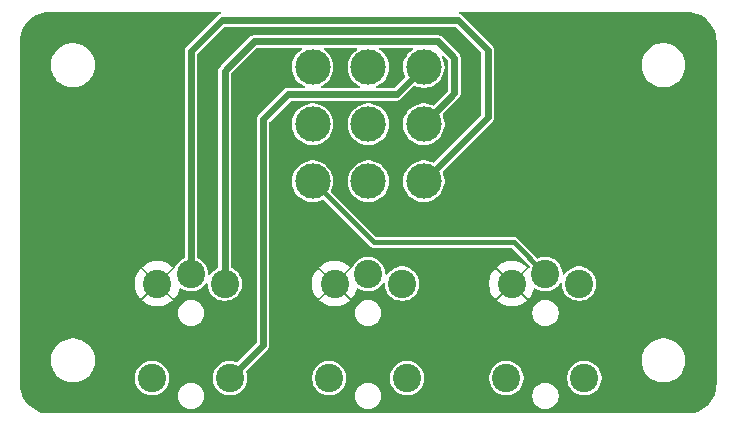
<source format=gbr>
%TF.GenerationSoftware,KiCad,Pcbnew,9.0.5*%
%TF.CreationDate,2025-10-22T22:20:53-05:00*%
%TF.ProjectId,audio_switch,61756469-6f5f-4737-9769-7463682e6b69,-*%
%TF.SameCoordinates,PX8282a50PY7459280*%
%TF.FileFunction,Copper,L2,Bot*%
%TF.FilePolarity,Positive*%
%FSLAX46Y46*%
G04 Gerber Fmt 4.6, Leading zero omitted, Abs format (unit mm)*
G04 Created by KiCad (PCBNEW 9.0.5) date 2025-10-22 22:20:53*
%MOMM*%
%LPD*%
G01*
G04 APERTURE LIST*
%TA.AperFunction,ComponentPad*%
%ADD10C,2.400000*%
%TD*%
%TA.AperFunction,ComponentPad*%
%ADD11C,3.000000*%
%TD*%
%TA.AperFunction,ViaPad*%
%ADD12C,0.609600*%
%TD*%
%TA.AperFunction,Conductor*%
%ADD13C,0.558800*%
%TD*%
%TA.AperFunction,Conductor*%
%ADD14C,0.406400*%
%TD*%
%TA.AperFunction,Conductor*%
%ADD15C,0.304800*%
%TD*%
G04 APERTURE END LIST*
D10*
%TO.P,J2,R1*%
%TO.N,/COM_RIGHT*%
X2850000Y11500000D03*
%TO.P,J2,R2*%
%TO.N,GND*%
X-2850000Y11500000D03*
%TO.P,J2,S*%
%TO.N,/COM_MIC*%
X0Y12300000D03*
%TO.P,J2,T*%
%TO.N,/COM_LEFT*%
X-3300000Y3500000D03*
X3300000Y3500000D03*
%TD*%
D11*
%TO.P,SW1,1,A*%
%TO.N,/A_MIC*%
X4700000Y20170000D03*
%TO.P,SW1,2,B*%
%TO.N,/COM_MIC*%
X0Y20170000D03*
%TO.P,SW1,3,C*%
%TO.N,/B_MIC*%
X-4700000Y20170000D03*
%TO.P,SW1,4,A*%
%TO.N,/A_RIGHT*%
X4700000Y25000000D03*
%TO.P,SW1,5,B*%
%TO.N,/COM_RIGHT*%
X0Y25000000D03*
%TO.P,SW1,6,C*%
%TO.N,/B_RIGHT*%
X-4700000Y25000000D03*
%TO.P,SW1,7,A*%
%TO.N,/A_LEFT*%
X4700000Y29830000D03*
%TO.P,SW1,8,B*%
%TO.N,/COM_LEFT*%
X0Y29830000D03*
%TO.P,SW1,9,C*%
%TO.N,/B_LEFT*%
X-4700000Y29830000D03*
%TD*%
D10*
%TO.P,J1,R1*%
%TO.N,/A_RIGHT*%
X-12150000Y11500000D03*
%TO.P,J1,R2*%
%TO.N,GND*%
X-17850000Y11500000D03*
%TO.P,J1,S*%
%TO.N,/A_MIC*%
X-15000000Y12300000D03*
%TO.P,J1,T*%
%TO.N,/A_LEFT*%
X-18300000Y3500000D03*
X-11700000Y3500000D03*
%TD*%
%TO.P,J3,R1*%
%TO.N,/B_RIGHT*%
X17850000Y11500000D03*
%TO.P,J3,R2*%
%TO.N,GND*%
X12150000Y11500000D03*
%TO.P,J3,S*%
%TO.N,/B_MIC*%
X15000000Y12300000D03*
%TO.P,J3,T*%
%TO.N,/B_LEFT*%
X11700000Y3500000D03*
X18300000Y3500000D03*
%TD*%
D12*
%TO.N,GND*%
X-7290000Y10550000D03*
X27500000Y10500000D03*
X-27500000Y10500000D03*
X7500000Y2500000D03*
X-1030000Y22640000D03*
X18500000Y32500000D03*
X2380000Y26080000D03*
X7260000Y32440000D03*
X27500000Y24500000D03*
X-7340000Y30640000D03*
X-11030000Y32550000D03*
X1240000Y18060000D03*
X-27500000Y17500000D03*
X11100000Y25100000D03*
X3600000Y16000000D03*
X-21300000Y2500000D03*
X-7500000Y2500000D03*
X-13500000Y15700000D03*
X13000000Y32500000D03*
X-16000000Y32500000D03*
X27500000Y17500000D03*
X21300000Y2430000D03*
X-10800000Y27800000D03*
X1360000Y13810000D03*
X8500000Y27100000D03*
X-2380000Y29120000D03*
X-18500000Y32500000D03*
X-27500000Y24500000D03*
X16400000Y14600000D03*
X2330000Y29110000D03*
%TD*%
D13*
%TO.N,/A_RIGHT*%
X5900000Y32000000D02*
X-9669507Y32000000D01*
X-12150000Y29519507D02*
X-12150000Y11500000D01*
X4700000Y25000000D02*
X7300000Y27600000D01*
D14*
X-12150000Y11500000D02*
X-12100000Y11550000D01*
D13*
X-9669507Y32000000D02*
X-12150000Y29519507D01*
X7300000Y30600000D02*
X5900000Y32000000D01*
X7300000Y27600000D02*
X7300000Y30600000D01*
D15*
%TO.N,GND*%
X7260000Y32440000D02*
X6900000Y32800000D01*
X-10780000Y32800000D02*
X-11030000Y32550000D01*
X6900000Y32800000D02*
X-10780000Y32800000D01*
D13*
%TO.N,/A_LEFT*%
X-11700000Y3500000D02*
X-8900000Y6300000D01*
X-6770000Y27530000D02*
X2400000Y27530000D01*
X-8900000Y25400000D02*
X-6770000Y27530000D01*
X2400000Y27530000D02*
X4700000Y29830000D01*
X-8900000Y6300000D02*
X-8900000Y25400000D01*
%TO.N,/A_MIC*%
X-15000000Y31200000D02*
X-15000000Y12300000D01*
X7600000Y33800000D02*
X-12400000Y33800000D01*
X4700000Y20170000D02*
X10100000Y25570000D01*
X10100000Y25570000D02*
X10100000Y31300000D01*
X10100000Y31300000D02*
X7600000Y33800000D01*
X-12400000Y33800000D02*
X-15000000Y31200000D01*
D14*
%TO.N,/COM_MIC*%
X0Y20100000D02*
X0Y20170000D01*
D13*
%TO.N,/COM_RIGHT*%
X0Y25000000D02*
X1200000Y25000000D01*
D14*
%TO.N,/B_MIC*%
X12300000Y15000000D02*
X15000000Y12300000D01*
X470000Y15000000D02*
X12300000Y15000000D01*
X-4700000Y20170000D02*
X470000Y15000000D01*
%TD*%
%TA.AperFunction,Conductor*%
%TO.N,GND*%
G36*
X-12493285Y34470935D02*
G01*
X-12463221Y34418864D01*
X-12473662Y34359650D01*
X-12519722Y34321001D01*
X-12527036Y34318695D01*
X-12606077Y34297517D01*
X-12727821Y34227228D01*
X-12727823Y34227227D01*
X-12727823Y34227226D01*
X-15327822Y31627226D01*
X-15327823Y31627227D01*
X-15427226Y31527823D01*
X-15427231Y31527816D01*
X-15497516Y31406081D01*
X-15497516Y31406079D01*
X-15533900Y31270289D01*
X-15533900Y13714253D01*
X-15554465Y13657752D01*
X-15581892Y13635935D01*
X-15648164Y13602168D01*
X-15762326Y13544000D01*
X-15947544Y13409431D01*
X-16109431Y13247544D01*
X-16244000Y13062326D01*
X-16347940Y12858331D01*
X-16350873Y12849300D01*
X-16387890Y12801919D01*
X-16434472Y12788561D01*
X-16435714Y12788561D01*
X-17258922Y11965354D01*
X-17267437Y11978097D01*
X-17371903Y12082563D01*
X-17384647Y12091079D01*
X-16561440Y12914285D01*
X-16587158Y12940003D01*
X-16785914Y13092514D01*
X-17002888Y13217783D01*
X-17002890Y13217784D01*
X-17234346Y13313655D01*
X-17234354Y13313658D01*
X-17476331Y13378496D01*
X-17476345Y13378499D01*
X-17724730Y13411200D01*
X-17975270Y13411200D01*
X-18223656Y13378499D01*
X-18223670Y13378496D01*
X-18465647Y13313658D01*
X-18465655Y13313655D01*
X-18697111Y13217784D01*
X-18697113Y13217783D01*
X-18914087Y13092514D01*
X-19112843Y12940003D01*
X-19138560Y12914285D01*
X-18315354Y12091079D01*
X-18328097Y12082563D01*
X-18432563Y11978097D01*
X-18441079Y11965354D01*
X-19264285Y12788560D01*
X-19290003Y12762843D01*
X-19442514Y12564087D01*
X-19567783Y12347113D01*
X-19567784Y12347111D01*
X-19663655Y12115655D01*
X-19663658Y12115647D01*
X-19728496Y11873670D01*
X-19728499Y11873656D01*
X-19761200Y11625270D01*
X-19761200Y11374731D01*
X-19728499Y11126345D01*
X-19728496Y11126331D01*
X-19663658Y10884354D01*
X-19663655Y10884346D01*
X-19567784Y10652890D01*
X-19567783Y10652888D01*
X-19442514Y10435914D01*
X-19290003Y10237158D01*
X-19264285Y10211440D01*
X-18441079Y11034647D01*
X-18432563Y11021903D01*
X-18328097Y10917437D01*
X-18315354Y10908922D01*
X-19138560Y10085715D01*
X-19112843Y10059998D01*
X-18914087Y9907487D01*
X-18697113Y9782218D01*
X-18697111Y9782217D01*
X-18465655Y9686346D01*
X-18465647Y9686343D01*
X-18223670Y9621505D01*
X-18223656Y9621502D01*
X-17975270Y9588800D01*
X-17724730Y9588800D01*
X-17476345Y9621502D01*
X-17476331Y9621505D01*
X-17234354Y9686343D01*
X-17234346Y9686346D01*
X-17002890Y9782217D01*
X-17002888Y9782218D01*
X-16785914Y9907487D01*
X-16587158Y10059998D01*
X-16561440Y10085715D01*
X-17384647Y10908922D01*
X-17371903Y10917437D01*
X-17267437Y11021903D01*
X-17258922Y11034647D01*
X-16435715Y10211440D01*
X-16409998Y10237158D01*
X-16257487Y10435914D01*
X-16132218Y10652888D01*
X-16132217Y10652890D01*
X-16036346Y10884346D01*
X-16036343Y10884353D01*
X-15986294Y11071136D01*
X-15951806Y11120389D01*
X-15893728Y11135952D01*
X-15849723Y11119499D01*
X-15762326Y11056001D01*
X-15762324Y11056000D01*
X-15558334Y10952062D01*
X-15340596Y10881314D01*
X-15340595Y10881314D01*
X-15340592Y10881313D01*
X-15286248Y10872707D01*
X-15114472Y10845500D01*
X-15114470Y10845500D01*
X-14885530Y10845500D01*
X-14885528Y10845500D01*
X-14690267Y10876426D01*
X-14659409Y10881313D01*
X-14659408Y10881314D01*
X-14659404Y10881314D01*
X-14441666Y10952062D01*
X-14237676Y11056000D01*
X-14052457Y11190569D01*
X-13890569Y11352457D01*
X-13763512Y11527337D01*
X-13713665Y11560959D01*
X-13653867Y11554674D01*
X-13612099Y11511422D01*
X-13604500Y11475670D01*
X-13604500Y11385528D01*
X-13599262Y11352457D01*
X-13568688Y11159409D01*
X-13556009Y11120389D01*
X-13497938Y10941666D01*
X-13448939Y10845500D01*
X-13394000Y10737675D01*
X-13259431Y10552457D01*
X-13097544Y10390570D01*
X-12912326Y10256001D01*
X-12912324Y10256000D01*
X-12708334Y10152062D01*
X-12490596Y10081314D01*
X-12490595Y10081314D01*
X-12490592Y10081313D01*
X-12436248Y10072707D01*
X-12264472Y10045500D01*
X-12264470Y10045500D01*
X-12035530Y10045500D01*
X-12035528Y10045500D01*
X-11840267Y10076426D01*
X-11809409Y10081313D01*
X-11809408Y10081314D01*
X-11809404Y10081314D01*
X-11591666Y10152062D01*
X-11387676Y10256000D01*
X-11202457Y10390569D01*
X-11040569Y10552457D01*
X-10906000Y10737676D01*
X-10802062Y10941666D01*
X-10731314Y11159404D01*
X-10695500Y11385528D01*
X-10695500Y11614472D01*
X-10731314Y11840596D01*
X-10802062Y12058334D01*
X-10906000Y12262324D01*
X-10951051Y12324331D01*
X-11040570Y12447544D01*
X-11202457Y12609431D01*
X-11387675Y12744000D01*
X-11501349Y12801919D01*
X-11568108Y12835935D01*
X-11609112Y12879908D01*
X-11616100Y12914253D01*
X-11616100Y29261949D01*
X-11595535Y29318450D01*
X-11590355Y29324104D01*
X-9474104Y31440355D01*
X-9419610Y31465766D01*
X-9411949Y31466100D01*
X-5703240Y31466100D01*
X-5646739Y31445535D01*
X-5616675Y31393464D01*
X-5627116Y31334250D01*
X-5659291Y31302076D01*
X-5676839Y31291946D01*
X-5676841Y31291945D01*
X-5859302Y31151937D01*
X-6021937Y30989302D01*
X-6161943Y30806843D01*
X-6276942Y30607658D01*
X-6276943Y30607656D01*
X-6364953Y30395178D01*
X-6364956Y30395171D01*
X-6424477Y30173033D01*
X-6424480Y30173021D01*
X-6454500Y29944998D01*
X-6454500Y29715003D01*
X-6424480Y29486980D01*
X-6424477Y29486968D01*
X-6401529Y29401323D01*
X-6364954Y29264824D01*
X-6318107Y29151724D01*
X-6276943Y29052345D01*
X-6276942Y29052343D01*
X-6276940Y29052339D01*
X-6234906Y28979534D01*
X-6161943Y28853158D01*
X-6038003Y28691636D01*
X-6021934Y28670695D01*
X-5859305Y28508066D01*
X-5676840Y28368056D01*
X-5477661Y28253060D01*
X-5429253Y28233009D01*
X-5384923Y28192388D01*
X-5377075Y28132775D01*
X-5409381Y28082064D01*
X-5462891Y28063900D01*
X-6840289Y28063900D01*
X-6976079Y28027516D01*
X-6976081Y28027516D01*
X-7097816Y27957231D01*
X-7097819Y27957229D01*
X-9227822Y25827226D01*
X-9227823Y25827227D01*
X-9327226Y25727823D01*
X-9327231Y25727816D01*
X-9397516Y25606081D01*
X-9397516Y25606079D01*
X-9433900Y25470289D01*
X-9433900Y6557559D01*
X-9454465Y6501058D01*
X-9459645Y6495404D01*
X-11077498Y4877552D01*
X-11131992Y4852141D01*
X-11166813Y4856109D01*
X-11298095Y4898766D01*
X-11359409Y4918688D01*
X-11559321Y4950350D01*
X-11585528Y4954500D01*
X-11814472Y4954500D01*
X-11837958Y4950781D01*
X-12040592Y4918688D01*
X-12258330Y4847940D01*
X-12462326Y4744000D01*
X-12647544Y4609431D01*
X-12809431Y4447544D01*
X-12944000Y4262326D01*
X-13047940Y4058330D01*
X-13118688Y3840592D01*
X-13154500Y3614471D01*
X-13154500Y3385530D01*
X-13118688Y3159409D01*
X-13050019Y2948072D01*
X-13047938Y2941666D01*
X-12998948Y2845517D01*
X-12944000Y2737675D01*
X-12809431Y2552457D01*
X-12647544Y2390570D01*
X-12462326Y2256001D01*
X-12462324Y2256000D01*
X-12258334Y2152062D01*
X-12040596Y2081314D01*
X-12040595Y2081314D01*
X-12040592Y2081313D01*
X-11986248Y2072707D01*
X-11814472Y2045500D01*
X-11814470Y2045500D01*
X-11585530Y2045500D01*
X-11585528Y2045500D01*
X-11390267Y2076426D01*
X-11359409Y2081313D01*
X-11359408Y2081314D01*
X-11359404Y2081314D01*
X-11141666Y2152062D01*
X-10937676Y2256000D01*
X-10752457Y2390569D01*
X-10590569Y2552457D01*
X-10456000Y2737676D01*
X-10352062Y2941666D01*
X-10281314Y3159404D01*
X-10245500Y3385528D01*
X-10245500Y3614471D01*
X-4754500Y3614471D01*
X-4754500Y3385530D01*
X-4718688Y3159409D01*
X-4650019Y2948072D01*
X-4647938Y2941666D01*
X-4598948Y2845517D01*
X-4544000Y2737675D01*
X-4409431Y2552457D01*
X-4247544Y2390570D01*
X-4062326Y2256001D01*
X-4062324Y2256000D01*
X-3858334Y2152062D01*
X-3640596Y2081314D01*
X-3640595Y2081314D01*
X-3640592Y2081313D01*
X-3586248Y2072707D01*
X-3414472Y2045500D01*
X-3414470Y2045500D01*
X-3185530Y2045500D01*
X-3185528Y2045500D01*
X-2990267Y2076426D01*
X-2959409Y2081313D01*
X-2959408Y2081314D01*
X-2959404Y2081314D01*
X-2941163Y2087241D01*
X-1108500Y2087241D01*
X-1108500Y1912760D01*
X-1081206Y1740429D01*
X-1029238Y1580484D01*
X-1027288Y1574484D01*
X-948074Y1419019D01*
X-845517Y1277861D01*
X-722139Y1154483D01*
X-580981Y1051926D01*
X-425516Y972712D01*
X-259574Y918795D01*
X-87241Y891500D01*
X-87240Y891500D01*
X87240Y891500D01*
X87241Y891500D01*
X259574Y918795D01*
X425516Y972712D01*
X580981Y1051926D01*
X722139Y1154483D01*
X845517Y1277861D01*
X948074Y1419019D01*
X1027288Y1574484D01*
X1081205Y1740426D01*
X1108500Y1912759D01*
X1108500Y2087241D01*
X1081205Y2259574D01*
X1027288Y2425516D01*
X948074Y2580981D01*
X845517Y2722139D01*
X722139Y2845517D01*
X580981Y2948074D01*
X425516Y3027288D01*
X425514Y3027289D01*
X425511Y3027290D01*
X259571Y3081206D01*
X127189Y3102173D01*
X87241Y3108500D01*
X-87241Y3108500D01*
X-119672Y3103364D01*
X-259572Y3081206D01*
X-425512Y3027290D01*
X-425519Y3027287D01*
X-580979Y2948075D01*
X-580985Y2948072D01*
X-722140Y2845517D01*
X-845517Y2722140D01*
X-948072Y2580985D01*
X-948075Y2580979D01*
X-1027287Y2425519D01*
X-1027290Y2425512D01*
X-1081206Y2259572D01*
X-1108500Y2087241D01*
X-2941163Y2087241D01*
X-2741666Y2152062D01*
X-2537676Y2256000D01*
X-2352457Y2390569D01*
X-2190569Y2552457D01*
X-2056000Y2737676D01*
X-1952062Y2941666D01*
X-1881314Y3159404D01*
X-1845500Y3385528D01*
X-1845500Y3614471D01*
X1845500Y3614471D01*
X1845500Y3385530D01*
X1881312Y3159409D01*
X1949981Y2948072D01*
X1952062Y2941666D01*
X2001052Y2845517D01*
X2056000Y2737675D01*
X2190569Y2552457D01*
X2352456Y2390570D01*
X2537674Y2256001D01*
X2537676Y2256000D01*
X2741666Y2152062D01*
X2959404Y2081314D01*
X2959405Y2081314D01*
X2959408Y2081313D01*
X3013752Y2072707D01*
X3185528Y2045500D01*
X3185530Y2045500D01*
X3414470Y2045500D01*
X3414472Y2045500D01*
X3609733Y2076426D01*
X3640591Y2081313D01*
X3640592Y2081314D01*
X3640596Y2081314D01*
X3858334Y2152062D01*
X4062324Y2256000D01*
X4247543Y2390569D01*
X4409431Y2552457D01*
X4544000Y2737676D01*
X4647938Y2941666D01*
X4718686Y3159404D01*
X4754500Y3385528D01*
X4754500Y3614471D01*
X10245500Y3614471D01*
X10245500Y3385530D01*
X10281312Y3159409D01*
X10349981Y2948072D01*
X10352062Y2941666D01*
X10401052Y2845517D01*
X10456000Y2737675D01*
X10590569Y2552457D01*
X10752456Y2390570D01*
X10937674Y2256001D01*
X10937676Y2256000D01*
X11141666Y2152062D01*
X11359404Y2081314D01*
X11359405Y2081314D01*
X11359408Y2081313D01*
X11413752Y2072707D01*
X11585528Y2045500D01*
X11585530Y2045500D01*
X11814470Y2045500D01*
X11814472Y2045500D01*
X12009733Y2076426D01*
X12040591Y2081313D01*
X12040592Y2081314D01*
X12040596Y2081314D01*
X12058837Y2087241D01*
X13891500Y2087241D01*
X13891500Y1912760D01*
X13918794Y1740429D01*
X13970762Y1580484D01*
X13972712Y1574484D01*
X14051926Y1419019D01*
X14154483Y1277861D01*
X14277861Y1154483D01*
X14419019Y1051926D01*
X14574484Y972712D01*
X14740426Y918795D01*
X14912759Y891500D01*
X14912760Y891500D01*
X15087240Y891500D01*
X15087241Y891500D01*
X15259574Y918795D01*
X15425516Y972712D01*
X15580981Y1051926D01*
X15722139Y1154483D01*
X15845517Y1277861D01*
X15948074Y1419019D01*
X16027288Y1574484D01*
X16081205Y1740426D01*
X16108500Y1912759D01*
X16108500Y2087241D01*
X16081205Y2259574D01*
X16027288Y2425516D01*
X15948074Y2580981D01*
X15845517Y2722139D01*
X15722139Y2845517D01*
X15580981Y2948074D01*
X15425516Y3027288D01*
X15425514Y3027289D01*
X15425511Y3027290D01*
X15259571Y3081206D01*
X15127189Y3102173D01*
X15087241Y3108500D01*
X14912759Y3108500D01*
X14880328Y3103364D01*
X14740428Y3081206D01*
X14574488Y3027290D01*
X14574481Y3027287D01*
X14419021Y2948075D01*
X14419015Y2948072D01*
X14277860Y2845517D01*
X14154483Y2722140D01*
X14051928Y2580985D01*
X14051925Y2580979D01*
X13972713Y2425519D01*
X13972710Y2425512D01*
X13918794Y2259572D01*
X13891500Y2087241D01*
X12058837Y2087241D01*
X12258334Y2152062D01*
X12462324Y2256000D01*
X12647543Y2390569D01*
X12809431Y2552457D01*
X12944000Y2737676D01*
X13047938Y2941666D01*
X13118686Y3159404D01*
X13154500Y3385528D01*
X13154500Y3614471D01*
X16845500Y3614471D01*
X16845500Y3385530D01*
X16881312Y3159409D01*
X16949981Y2948072D01*
X16952062Y2941666D01*
X17001052Y2845517D01*
X17056000Y2737675D01*
X17190569Y2552457D01*
X17352456Y2390570D01*
X17537674Y2256001D01*
X17537676Y2256000D01*
X17741666Y2152062D01*
X17959404Y2081314D01*
X17959405Y2081314D01*
X17959408Y2081313D01*
X18013752Y2072707D01*
X18185528Y2045500D01*
X18185530Y2045500D01*
X18414470Y2045500D01*
X18414472Y2045500D01*
X18609733Y2076426D01*
X18640591Y2081313D01*
X18640592Y2081314D01*
X18640596Y2081314D01*
X18858334Y2152062D01*
X19062324Y2256000D01*
X19247543Y2390569D01*
X19409431Y2552457D01*
X19544000Y2737676D01*
X19647938Y2941666D01*
X19718686Y3159404D01*
X19754500Y3385528D01*
X19754500Y3614472D01*
X19718686Y3840596D01*
X19647938Y4058334D01*
X19544000Y4262324D01*
X19409431Y4447543D01*
X19247543Y4609431D01*
X19210081Y4636649D01*
X19062325Y4744000D01*
X18964003Y4794097D01*
X18858334Y4847938D01*
X18858331Y4847939D01*
X18858329Y4847940D01*
X18640591Y4918688D01*
X18440679Y4950350D01*
X18414472Y4954500D01*
X18185528Y4954500D01*
X18162042Y4950781D01*
X17959408Y4918688D01*
X17741670Y4847940D01*
X17537674Y4744000D01*
X17352456Y4609431D01*
X17190569Y4447544D01*
X17056000Y4262326D01*
X16952060Y4058330D01*
X16881312Y3840592D01*
X16845500Y3614471D01*
X13154500Y3614471D01*
X13154500Y3614472D01*
X13118686Y3840596D01*
X13047938Y4058334D01*
X12944000Y4262324D01*
X12809431Y4447543D01*
X12647543Y4609431D01*
X12610081Y4636649D01*
X12462325Y4744000D01*
X12364003Y4794097D01*
X12258334Y4847938D01*
X12258331Y4847939D01*
X12258329Y4847940D01*
X12040591Y4918688D01*
X11840679Y4950350D01*
X11814472Y4954500D01*
X11585528Y4954500D01*
X11562042Y4950781D01*
X11359408Y4918688D01*
X11141670Y4847940D01*
X10937674Y4744000D01*
X10752456Y4609431D01*
X10590569Y4447544D01*
X10456000Y4262326D01*
X10352060Y4058330D01*
X10281312Y3840592D01*
X10245500Y3614471D01*
X4754500Y3614471D01*
X4754500Y3614472D01*
X4718686Y3840596D01*
X4647938Y4058334D01*
X4544000Y4262324D01*
X4409431Y4447543D01*
X4247543Y4609431D01*
X4210081Y4636649D01*
X4062325Y4744000D01*
X3964003Y4794097D01*
X3858334Y4847938D01*
X3858331Y4847939D01*
X3858329Y4847940D01*
X3640591Y4918688D01*
X3440679Y4950350D01*
X3414472Y4954500D01*
X3185528Y4954500D01*
X3162042Y4950781D01*
X2959408Y4918688D01*
X2741670Y4847940D01*
X2537674Y4744000D01*
X2352456Y4609431D01*
X2190569Y4447544D01*
X2056000Y4262326D01*
X1952060Y4058330D01*
X1881312Y3840592D01*
X1845500Y3614471D01*
X-1845500Y3614471D01*
X-1845500Y3614472D01*
X-1881314Y3840596D01*
X-1952062Y4058334D01*
X-2056000Y4262324D01*
X-2190569Y4447543D01*
X-2352457Y4609431D01*
X-2389919Y4636649D01*
X-2537675Y4744000D01*
X-2635997Y4794097D01*
X-2741666Y4847938D01*
X-2741669Y4847939D01*
X-2741671Y4847940D01*
X-2959409Y4918688D01*
X-3159321Y4950350D01*
X-3185528Y4954500D01*
X-3414472Y4954500D01*
X-3437958Y4950781D01*
X-3640592Y4918688D01*
X-3858330Y4847940D01*
X-4062326Y4744000D01*
X-4247544Y4609431D01*
X-4409431Y4447544D01*
X-4544000Y4262326D01*
X-4647940Y4058330D01*
X-4718688Y3840592D01*
X-4754500Y3614471D01*
X-10245500Y3614471D01*
X-10245500Y3614472D01*
X-10281314Y3840596D01*
X-10343892Y4033190D01*
X-10341794Y4093278D01*
X-10322452Y4122502D01*
X-9323137Y5121816D01*
X23141500Y5121816D01*
X23141500Y4878185D01*
X23173299Y4636649D01*
X23173302Y4636635D01*
X23223969Y4447544D01*
X23236354Y4401323D01*
X23285978Y4281519D01*
X23329582Y4176249D01*
X23329583Y4176247D01*
X23451399Y3965255D01*
X23547053Y3840596D01*
X23599707Y3771976D01*
X23771976Y3599707D01*
X23965257Y3451398D01*
X24176243Y3329585D01*
X24401323Y3236354D01*
X24636647Y3173299D01*
X24815695Y3149728D01*
X24878184Y3141500D01*
X24878187Y3141500D01*
X25121816Y3141500D01*
X25179343Y3149074D01*
X25363353Y3173299D01*
X25598677Y3236354D01*
X25823757Y3329585D01*
X26034743Y3451398D01*
X26228024Y3599707D01*
X26400293Y3771976D01*
X26548602Y3965257D01*
X26670415Y4176243D01*
X26763646Y4401323D01*
X26826701Y4636647D01*
X26855071Y4852141D01*
X26858500Y4878185D01*
X26858500Y5121816D01*
X26849938Y5186846D01*
X26826701Y5363353D01*
X26763646Y5598677D01*
X26670415Y5823757D01*
X26548602Y6034743D01*
X26400293Y6228024D01*
X26228024Y6400293D01*
X26205844Y6417312D01*
X26034745Y6548601D01*
X25964414Y6589207D01*
X25823757Y6670415D01*
X25823755Y6670416D01*
X25823753Y6670417D01*
X25823751Y6670418D01*
X25718481Y6714022D01*
X25598677Y6763646D01*
X25598670Y6763648D01*
X25363365Y6826698D01*
X25363360Y6826699D01*
X25363353Y6826701D01*
X25266737Y6839421D01*
X25121816Y6858500D01*
X25121813Y6858500D01*
X24878187Y6858500D01*
X24878184Y6858500D01*
X24697032Y6834651D01*
X24636647Y6826701D01*
X24636643Y6826700D01*
X24636634Y6826698D01*
X24401329Y6763648D01*
X24401325Y6763647D01*
X24401323Y6763646D01*
X24401321Y6763645D01*
X24176248Y6670418D01*
X24176246Y6670417D01*
X23965254Y6548601D01*
X23771979Y6400296D01*
X23599704Y6228021D01*
X23451399Y6034746D01*
X23329583Y5823754D01*
X23329582Y5823752D01*
X23236355Y5598679D01*
X23236352Y5598671D01*
X23173302Y5363366D01*
X23173299Y5363352D01*
X23141500Y5121816D01*
X-9323137Y5121816D01*
X-8472774Y5972178D01*
X-8457902Y5997939D01*
X-8402485Y6093920D01*
X-8402485Y6093921D01*
X-8402484Y6093922D01*
X-8366100Y6229711D01*
X-8366100Y6370289D01*
X-8366100Y9087241D01*
X-1108500Y9087241D01*
X-1108500Y8912760D01*
X-1081206Y8740429D01*
X-1081205Y8740426D01*
X-1027288Y8574484D01*
X-948074Y8419019D01*
X-845517Y8277861D01*
X-722139Y8154483D01*
X-580981Y8051926D01*
X-425516Y7972712D01*
X-259574Y7918795D01*
X-87241Y7891500D01*
X-87240Y7891500D01*
X87240Y7891500D01*
X87241Y7891500D01*
X259574Y7918795D01*
X425516Y7972712D01*
X580981Y8051926D01*
X722139Y8154483D01*
X845517Y8277861D01*
X948074Y8419019D01*
X1027288Y8574484D01*
X1081205Y8740426D01*
X1108500Y8912759D01*
X1108500Y9087241D01*
X13891500Y9087241D01*
X13891500Y8912760D01*
X13918794Y8740429D01*
X13918795Y8740426D01*
X13972712Y8574484D01*
X14051926Y8419019D01*
X14154483Y8277861D01*
X14277861Y8154483D01*
X14419019Y8051926D01*
X14574484Y7972712D01*
X14740426Y7918795D01*
X14912759Y7891500D01*
X14912760Y7891500D01*
X15087240Y7891500D01*
X15087241Y7891500D01*
X15259574Y7918795D01*
X15425516Y7972712D01*
X15580981Y8051926D01*
X15722139Y8154483D01*
X15845517Y8277861D01*
X15948074Y8419019D01*
X16027288Y8574484D01*
X16081205Y8740426D01*
X16108500Y8912759D01*
X16108500Y9087241D01*
X16081205Y9259574D01*
X16027288Y9425516D01*
X15948074Y9580981D01*
X15845517Y9722139D01*
X15722139Y9845517D01*
X15580984Y9948072D01*
X15580983Y9948073D01*
X15580981Y9948074D01*
X15425516Y10027288D01*
X15425514Y10027289D01*
X15425511Y10027290D01*
X15259571Y10081206D01*
X15127189Y10102173D01*
X15087241Y10108500D01*
X14912759Y10108500D01*
X14880328Y10103364D01*
X14740428Y10081206D01*
X14574488Y10027290D01*
X14574481Y10027287D01*
X14419021Y9948075D01*
X14419015Y9948072D01*
X14277860Y9845517D01*
X14154483Y9722140D01*
X14051928Y9580985D01*
X14051925Y9580979D01*
X13972713Y9425519D01*
X13972710Y9425512D01*
X13918794Y9259572D01*
X13891500Y9087241D01*
X1108500Y9087241D01*
X1081205Y9259574D01*
X1027288Y9425516D01*
X948074Y9580981D01*
X845517Y9722139D01*
X722139Y9845517D01*
X580984Y9948072D01*
X580983Y9948073D01*
X580981Y9948074D01*
X425516Y10027288D01*
X425514Y10027289D01*
X425511Y10027290D01*
X259571Y10081206D01*
X127189Y10102173D01*
X87241Y10108500D01*
X-87241Y10108500D01*
X-119672Y10103364D01*
X-259572Y10081206D01*
X-425512Y10027290D01*
X-425519Y10027287D01*
X-580979Y9948075D01*
X-580985Y9948072D01*
X-722140Y9845517D01*
X-845517Y9722140D01*
X-948072Y9580985D01*
X-948075Y9580979D01*
X-1027287Y9425519D01*
X-1027290Y9425512D01*
X-1081206Y9259572D01*
X-1108500Y9087241D01*
X-8366100Y9087241D01*
X-8366100Y11625270D01*
X-4761200Y11625270D01*
X-4761200Y11374731D01*
X-4728499Y11126345D01*
X-4728496Y11126331D01*
X-4663658Y10884354D01*
X-4663655Y10884346D01*
X-4567784Y10652890D01*
X-4567783Y10652888D01*
X-4442514Y10435914D01*
X-4290003Y10237158D01*
X-4264285Y10211440D01*
X-3441079Y11034647D01*
X-3432563Y11021903D01*
X-3328097Y10917437D01*
X-3315354Y10908922D01*
X-4138560Y10085715D01*
X-4112843Y10059998D01*
X-3914087Y9907487D01*
X-3697113Y9782218D01*
X-3697111Y9782217D01*
X-3465655Y9686346D01*
X-3465647Y9686343D01*
X-3223670Y9621505D01*
X-3223656Y9621502D01*
X-2975270Y9588800D01*
X-2724730Y9588800D01*
X-2476345Y9621502D01*
X-2476331Y9621505D01*
X-2234354Y9686343D01*
X-2234346Y9686346D01*
X-2002890Y9782217D01*
X-2002888Y9782218D01*
X-1785914Y9907487D01*
X-1587158Y10059998D01*
X-1561440Y10085715D01*
X-2384647Y10908922D01*
X-2371903Y10917437D01*
X-2267437Y11021903D01*
X-2258922Y11034647D01*
X-1435715Y10211440D01*
X-1409998Y10237158D01*
X-1257487Y10435914D01*
X-1132218Y10652888D01*
X-1132217Y10652890D01*
X-1036346Y10884346D01*
X-1036343Y10884353D01*
X-986294Y11071136D01*
X-951806Y11120389D01*
X-893728Y11135952D01*
X-849723Y11119499D01*
X-762326Y11056001D01*
X-762324Y11056000D01*
X-558334Y10952062D01*
X-340596Y10881314D01*
X-340595Y10881314D01*
X-340592Y10881313D01*
X-286248Y10872707D01*
X-114472Y10845500D01*
X-114470Y10845500D01*
X114470Y10845500D01*
X114472Y10845500D01*
X309733Y10876426D01*
X340591Y10881313D01*
X340592Y10881314D01*
X340596Y10881314D01*
X558334Y10952062D01*
X762324Y11056000D01*
X947543Y11190569D01*
X1109431Y11352457D01*
X1236488Y11527337D01*
X1286335Y11560959D01*
X1346133Y11554674D01*
X1387901Y11511422D01*
X1395500Y11475670D01*
X1395500Y11385528D01*
X1400738Y11352457D01*
X1431312Y11159409D01*
X1443991Y11120389D01*
X1502062Y10941666D01*
X1551061Y10845500D01*
X1606000Y10737675D01*
X1740569Y10552457D01*
X1902456Y10390570D01*
X2087674Y10256001D01*
X2087676Y10256000D01*
X2291666Y10152062D01*
X2509404Y10081314D01*
X2509405Y10081314D01*
X2509408Y10081313D01*
X2563752Y10072707D01*
X2735528Y10045500D01*
X2735530Y10045500D01*
X2964470Y10045500D01*
X2964472Y10045500D01*
X3159733Y10076426D01*
X3190591Y10081313D01*
X3190592Y10081314D01*
X3190596Y10081314D01*
X3408334Y10152062D01*
X3612324Y10256000D01*
X3797543Y10390569D01*
X3959431Y10552457D01*
X4094000Y10737676D01*
X4197938Y10941666D01*
X4268686Y11159404D01*
X4304500Y11385528D01*
X4304500Y11614472D01*
X4268686Y11840596D01*
X4197938Y12058334D01*
X4094000Y12262324D01*
X4048949Y12324331D01*
X3959430Y12447544D01*
X3797543Y12609431D01*
X3612325Y12744000D01*
X3498651Y12801919D01*
X3408334Y12847938D01*
X3408331Y12847939D01*
X3408329Y12847940D01*
X3349372Y12867096D01*
X3190591Y12918688D01*
X2990679Y12950350D01*
X2964472Y12954500D01*
X2735528Y12954500D01*
X2712042Y12950781D01*
X2509408Y12918688D01*
X2291670Y12847940D01*
X2087674Y12744000D01*
X1902456Y12609431D01*
X1740569Y12447544D01*
X1613513Y12272665D01*
X1563665Y12239042D01*
X1503867Y12245327D01*
X1462099Y12288579D01*
X1454500Y12324331D01*
X1454500Y12414471D01*
X1418687Y12640592D01*
X1385088Y12744000D01*
X1347938Y12858334D01*
X1244000Y13062324D01*
X1109431Y13247543D01*
X947543Y13409431D01*
X945108Y13411200D01*
X762325Y13544000D01*
X652614Y13599900D01*
X558334Y13647938D01*
X558331Y13647939D01*
X558329Y13647940D01*
X340591Y13718688D01*
X140679Y13750350D01*
X114472Y13754500D01*
X-114472Y13754500D01*
X-137958Y13750781D01*
X-340592Y13718688D01*
X-558330Y13647940D01*
X-762326Y13544000D01*
X-947544Y13409431D01*
X-1109431Y13247544D01*
X-1244000Y13062326D01*
X-1347940Y12858331D01*
X-1350873Y12849300D01*
X-1387890Y12801919D01*
X-1434472Y12788561D01*
X-1435714Y12788561D01*
X-2258922Y11965354D01*
X-2267437Y11978097D01*
X-2371903Y12082563D01*
X-2384647Y12091079D01*
X-1561440Y12914285D01*
X-1587158Y12940003D01*
X-1785914Y13092514D01*
X-2002888Y13217783D01*
X-2002890Y13217784D01*
X-2234346Y13313655D01*
X-2234354Y13313658D01*
X-2476331Y13378496D01*
X-2476345Y13378499D01*
X-2724730Y13411200D01*
X-2975270Y13411200D01*
X-3223656Y13378499D01*
X-3223670Y13378496D01*
X-3465647Y13313658D01*
X-3465655Y13313655D01*
X-3697111Y13217784D01*
X-3697113Y13217783D01*
X-3914087Y13092514D01*
X-4112843Y12940003D01*
X-4138560Y12914285D01*
X-3315354Y12091079D01*
X-3328097Y12082563D01*
X-3432563Y11978097D01*
X-3441079Y11965354D01*
X-4264285Y12788560D01*
X-4290003Y12762843D01*
X-4442514Y12564087D01*
X-4567783Y12347113D01*
X-4567784Y12347111D01*
X-4663655Y12115655D01*
X-4663658Y12115647D01*
X-4728496Y11873670D01*
X-4728499Y11873656D01*
X-4761200Y11625270D01*
X-8366100Y11625270D01*
X-8366100Y20284996D01*
X-6454500Y20284996D01*
X-6454500Y20055004D01*
X-6424480Y19826980D01*
X-6364954Y19604824D01*
X-6318107Y19491724D01*
X-6276943Y19392345D01*
X-6276942Y19392343D01*
X-6161943Y19193158D01*
X-6038003Y19031636D01*
X-6021934Y19010695D01*
X-5859305Y18848066D01*
X-5676840Y18708056D01*
X-5477661Y18593060D01*
X-5265176Y18505046D01*
X-5043020Y18445520D01*
X-4868053Y18422486D01*
X-4814998Y18415500D01*
X-4814996Y18415500D01*
X-4585002Y18415500D01*
X-4537477Y18421758D01*
X-4356980Y18445520D01*
X-4134824Y18505046D01*
X-3922339Y18593060D01*
X-3884392Y18614970D01*
X-3825179Y18625411D01*
X-3778287Y18601001D01*
X188965Y14633749D01*
X293334Y14573492D01*
X409742Y14542300D01*
X409743Y14542300D01*
X12074004Y14542300D01*
X12130505Y14521735D01*
X12136159Y14516555D01*
X12898214Y13754500D01*
X13654942Y12997773D01*
X13680353Y12943279D01*
X13671108Y12895714D01*
X13652059Y12858328D01*
X13649126Y12849298D01*
X13612108Y12801918D01*
X13565528Y12788561D01*
X13564286Y12788561D01*
X12741078Y11965354D01*
X12732563Y11978097D01*
X12628097Y12082563D01*
X12615353Y12091079D01*
X13438560Y12914285D01*
X13412842Y12940003D01*
X13214086Y13092514D01*
X12997112Y13217783D01*
X12997110Y13217784D01*
X12765654Y13313655D01*
X12765646Y13313658D01*
X12523669Y13378496D01*
X12523655Y13378499D01*
X12275270Y13411200D01*
X12024730Y13411200D01*
X11776344Y13378499D01*
X11776330Y13378496D01*
X11534353Y13313658D01*
X11534345Y13313655D01*
X11302889Y13217784D01*
X11302887Y13217783D01*
X11085913Y13092514D01*
X10887157Y12940003D01*
X10861440Y12914285D01*
X11684646Y12091079D01*
X11671903Y12082563D01*
X11567437Y11978097D01*
X11558921Y11965354D01*
X10735715Y12788560D01*
X10709997Y12762843D01*
X10557486Y12564087D01*
X10432217Y12347113D01*
X10432216Y12347111D01*
X10336345Y12115655D01*
X10336342Y12115647D01*
X10271504Y11873670D01*
X10271501Y11873656D01*
X10238800Y11625270D01*
X10238800Y11374731D01*
X10271501Y11126345D01*
X10271504Y11126331D01*
X10336342Y10884354D01*
X10336345Y10884346D01*
X10432216Y10652890D01*
X10432217Y10652888D01*
X10557486Y10435914D01*
X10709997Y10237158D01*
X10735715Y10211440D01*
X11558921Y11034647D01*
X11567437Y11021903D01*
X11671903Y10917437D01*
X11684646Y10908922D01*
X10861440Y10085715D01*
X10887157Y10059998D01*
X11085913Y9907487D01*
X11302887Y9782218D01*
X11302889Y9782217D01*
X11534345Y9686346D01*
X11534353Y9686343D01*
X11776330Y9621505D01*
X11776344Y9621502D01*
X12024730Y9588800D01*
X12275270Y9588800D01*
X12523655Y9621502D01*
X12523669Y9621505D01*
X12765646Y9686343D01*
X12765654Y9686346D01*
X12997110Y9782217D01*
X12997112Y9782218D01*
X13214086Y9907487D01*
X13412842Y10059998D01*
X13438560Y10085715D01*
X12615353Y10908922D01*
X12628097Y10917437D01*
X12732563Y11021903D01*
X12741078Y11034647D01*
X13564285Y10211440D01*
X13590002Y10237158D01*
X13742513Y10435914D01*
X13867782Y10652888D01*
X13867783Y10652890D01*
X13963654Y10884346D01*
X13963657Y10884353D01*
X14013706Y11071136D01*
X14048194Y11120389D01*
X14106272Y11135952D01*
X14150277Y11119499D01*
X14237674Y11056001D01*
X14237676Y11056000D01*
X14441666Y10952062D01*
X14659404Y10881314D01*
X14659405Y10881314D01*
X14659408Y10881313D01*
X14713752Y10872707D01*
X14885528Y10845500D01*
X14885530Y10845500D01*
X15114470Y10845500D01*
X15114472Y10845500D01*
X15309733Y10876426D01*
X15340591Y10881313D01*
X15340592Y10881314D01*
X15340596Y10881314D01*
X15558334Y10952062D01*
X15762324Y11056000D01*
X15947543Y11190569D01*
X16109431Y11352457D01*
X16236488Y11527337D01*
X16286335Y11560959D01*
X16346133Y11554674D01*
X16387901Y11511422D01*
X16395500Y11475670D01*
X16395500Y11385528D01*
X16400738Y11352457D01*
X16431312Y11159409D01*
X16443991Y11120389D01*
X16502062Y10941666D01*
X16551061Y10845500D01*
X16606000Y10737675D01*
X16740569Y10552457D01*
X16902456Y10390570D01*
X17087674Y10256001D01*
X17087676Y10256000D01*
X17291666Y10152062D01*
X17509404Y10081314D01*
X17509405Y10081314D01*
X17509408Y10081313D01*
X17563752Y10072707D01*
X17735528Y10045500D01*
X17735530Y10045500D01*
X17964470Y10045500D01*
X17964472Y10045500D01*
X18159733Y10076426D01*
X18190591Y10081313D01*
X18190592Y10081314D01*
X18190596Y10081314D01*
X18408334Y10152062D01*
X18612324Y10256000D01*
X18797543Y10390569D01*
X18959431Y10552457D01*
X19094000Y10737676D01*
X19197938Y10941666D01*
X19268686Y11159404D01*
X19304500Y11385528D01*
X19304500Y11614472D01*
X19268686Y11840596D01*
X19197938Y12058334D01*
X19094000Y12262324D01*
X19048949Y12324331D01*
X18959430Y12447544D01*
X18797543Y12609431D01*
X18612325Y12744000D01*
X18498651Y12801919D01*
X18408334Y12847938D01*
X18408331Y12847939D01*
X18408329Y12847940D01*
X18190591Y12918688D01*
X17990679Y12950350D01*
X17964472Y12954500D01*
X17735528Y12954500D01*
X17712042Y12950781D01*
X17509408Y12918688D01*
X17291670Y12847940D01*
X17087674Y12744000D01*
X16902456Y12609431D01*
X16740569Y12447544D01*
X16613513Y12272665D01*
X16563665Y12239042D01*
X16503867Y12245327D01*
X16462099Y12288579D01*
X16454500Y12324331D01*
X16454500Y12414471D01*
X16418687Y12640592D01*
X16385088Y12744000D01*
X16347938Y12858334D01*
X16244000Y13062324D01*
X16109431Y13247543D01*
X15947543Y13409431D01*
X15945108Y13411200D01*
X15762325Y13544000D01*
X15652614Y13599900D01*
X15558334Y13647938D01*
X15558331Y13647939D01*
X15558329Y13647940D01*
X15340591Y13718688D01*
X15140679Y13750350D01*
X15114472Y13754500D01*
X14885528Y13754500D01*
X14862042Y13750781D01*
X14659408Y13718688D01*
X14441672Y13647941D01*
X14404286Y13628892D01*
X14344607Y13621566D01*
X14302227Y13645058D01*
X12581036Y15366250D01*
X12581035Y15366251D01*
X12476666Y15426508D01*
X12476663Y15426509D01*
X12427466Y15439692D01*
X12360258Y15457700D01*
X12360257Y15457700D01*
X695996Y15457700D01*
X639495Y15478265D01*
X633841Y15483445D01*
X-3131001Y19248287D01*
X-3156412Y19302781D01*
X-3144969Y19354393D01*
X-3123060Y19392339D01*
X-3035046Y19604824D01*
X-2975520Y19826980D01*
X-2945500Y20055004D01*
X-2945500Y20284996D01*
X-1754500Y20284996D01*
X-1754500Y20055004D01*
X-1724480Y19826980D01*
X-1664954Y19604824D01*
X-1618107Y19491724D01*
X-1576943Y19392345D01*
X-1576942Y19392343D01*
X-1461943Y19193158D01*
X-1338003Y19031636D01*
X-1321934Y19010695D01*
X-1159305Y18848066D01*
X-976840Y18708056D01*
X-777661Y18593060D01*
X-565176Y18505046D01*
X-343020Y18445520D01*
X-168053Y18422486D01*
X-114998Y18415500D01*
X-114996Y18415500D01*
X114998Y18415500D01*
X162523Y18421758D01*
X343020Y18445520D01*
X565176Y18505046D01*
X777661Y18593060D01*
X976840Y18708056D01*
X1159305Y18848066D01*
X1321934Y19010695D01*
X1461944Y19193160D01*
X1576940Y19392339D01*
X1664954Y19604824D01*
X1724480Y19826980D01*
X1754500Y20055004D01*
X1754500Y20284996D01*
X1724480Y20513020D01*
X1664954Y20735176D01*
X1576940Y20947661D01*
X1461944Y21146840D01*
X1321934Y21329305D01*
X1159305Y21491934D01*
X1138364Y21508003D01*
X976842Y21631943D01*
X805701Y21730751D01*
X777661Y21746940D01*
X777659Y21746941D01*
X777657Y21746942D01*
X777655Y21746943D01*
X678276Y21788107D01*
X565176Y21834954D01*
X565172Y21834955D01*
X565170Y21834956D01*
X343032Y21894477D01*
X343020Y21894480D01*
X114998Y21924500D01*
X114996Y21924500D01*
X-114996Y21924500D01*
X-114998Y21924500D01*
X-343021Y21894480D01*
X-343033Y21894477D01*
X-565171Y21834956D01*
X-565178Y21834953D01*
X-777656Y21746943D01*
X-777658Y21746942D01*
X-976843Y21631943D01*
X-1159302Y21491937D01*
X-1321937Y21329302D01*
X-1461943Y21146843D01*
X-1576942Y20947658D01*
X-1576943Y20947656D01*
X-1664953Y20735178D01*
X-1664956Y20735171D01*
X-1724477Y20513033D01*
X-1724480Y20513020D01*
X-1754500Y20284996D01*
X-2945500Y20284996D01*
X-2975520Y20513020D01*
X-3035046Y20735176D01*
X-3123060Y20947661D01*
X-3238056Y21146840D01*
X-3378066Y21329305D01*
X-3540695Y21491934D01*
X-3561636Y21508003D01*
X-3723158Y21631943D01*
X-3894299Y21730751D01*
X-3922339Y21746940D01*
X-3922341Y21746941D01*
X-3922343Y21746942D01*
X-3922345Y21746943D01*
X-4021724Y21788107D01*
X-4134824Y21834954D01*
X-4134828Y21834955D01*
X-4134830Y21834956D01*
X-4356968Y21894477D01*
X-4356980Y21894480D01*
X-4585002Y21924500D01*
X-4585004Y21924500D01*
X-4814996Y21924500D01*
X-4814998Y21924500D01*
X-5043021Y21894480D01*
X-5043033Y21894477D01*
X-5265171Y21834956D01*
X-5265178Y21834953D01*
X-5477656Y21746943D01*
X-5477658Y21746942D01*
X-5676843Y21631943D01*
X-5859302Y21491937D01*
X-6021937Y21329302D01*
X-6161943Y21146843D01*
X-6276942Y20947658D01*
X-6276943Y20947656D01*
X-6364953Y20735178D01*
X-6364956Y20735171D01*
X-6424477Y20513033D01*
X-6424480Y20513020D01*
X-6454500Y20284996D01*
X-8366100Y20284996D01*
X-8366100Y25114996D01*
X-6454500Y25114996D01*
X-6454500Y24885004D01*
X-6424480Y24656980D01*
X-6364954Y24434824D01*
X-6318107Y24321724D01*
X-6276943Y24222345D01*
X-6276942Y24222343D01*
X-6161943Y24023158D01*
X-6038003Y23861636D01*
X-6021934Y23840695D01*
X-5859305Y23678066D01*
X-5676840Y23538056D01*
X-5477661Y23423060D01*
X-5265176Y23335046D01*
X-5043020Y23275520D01*
X-4868053Y23252486D01*
X-4814998Y23245500D01*
X-4814996Y23245500D01*
X-4585002Y23245500D01*
X-4537477Y23251758D01*
X-4356980Y23275520D01*
X-4134824Y23335046D01*
X-3922339Y23423060D01*
X-3723160Y23538056D01*
X-3540695Y23678066D01*
X-3378066Y23840695D01*
X-3238056Y24023160D01*
X-3123060Y24222339D01*
X-3035046Y24434824D01*
X-2975520Y24656980D01*
X-2945500Y24885004D01*
X-2945500Y25114996D01*
X-1754500Y25114996D01*
X-1754500Y24885004D01*
X-1724480Y24656980D01*
X-1664954Y24434824D01*
X-1618107Y24321724D01*
X-1576943Y24222345D01*
X-1576942Y24222343D01*
X-1461943Y24023158D01*
X-1338003Y23861636D01*
X-1321934Y23840695D01*
X-1159305Y23678066D01*
X-976840Y23538056D01*
X-777661Y23423060D01*
X-565176Y23335046D01*
X-343020Y23275520D01*
X-168053Y23252486D01*
X-114998Y23245500D01*
X-114996Y23245500D01*
X114998Y23245500D01*
X162523Y23251758D01*
X343020Y23275520D01*
X565176Y23335046D01*
X777661Y23423060D01*
X976840Y23538056D01*
X1159305Y23678066D01*
X1321934Y23840695D01*
X1461944Y24023160D01*
X1576940Y24222339D01*
X1664954Y24434824D01*
X1724480Y24656980D01*
X1754500Y24885004D01*
X1754500Y25114996D01*
X1724480Y25343020D01*
X1664954Y25565176D01*
X1576940Y25777661D01*
X1461944Y25976840D01*
X1321934Y26159305D01*
X1159305Y26321934D01*
X1138364Y26338003D01*
X976842Y26461943D01*
X805701Y26560751D01*
X777661Y26576940D01*
X777659Y26576941D01*
X777657Y26576942D01*
X777655Y26576943D01*
X678276Y26618107D01*
X565176Y26664954D01*
X565172Y26664955D01*
X565170Y26664956D01*
X343032Y26724477D01*
X343020Y26724480D01*
X114998Y26754500D01*
X114996Y26754500D01*
X-114996Y26754500D01*
X-114998Y26754500D01*
X-343021Y26724480D01*
X-343033Y26724477D01*
X-565171Y26664956D01*
X-565178Y26664953D01*
X-777656Y26576943D01*
X-777658Y26576942D01*
X-976843Y26461943D01*
X-1159302Y26321937D01*
X-1321937Y26159302D01*
X-1461943Y25976843D01*
X-1576942Y25777658D01*
X-1576943Y25777656D01*
X-1664953Y25565178D01*
X-1664956Y25565171D01*
X-1724477Y25343033D01*
X-1724480Y25343020D01*
X-1754500Y25114996D01*
X-2945500Y25114996D01*
X-2975520Y25343020D01*
X-3035046Y25565176D01*
X-3123060Y25777661D01*
X-3238056Y25976840D01*
X-3378066Y26159305D01*
X-3540695Y26321934D01*
X-3561636Y26338003D01*
X-3723158Y26461943D01*
X-3894299Y26560751D01*
X-3922339Y26576940D01*
X-3922341Y26576941D01*
X-3922343Y26576942D01*
X-3922345Y26576943D01*
X-4021724Y26618107D01*
X-4134824Y26664954D01*
X-4134828Y26664955D01*
X-4134830Y26664956D01*
X-4356968Y26724477D01*
X-4356980Y26724480D01*
X-4585002Y26754500D01*
X-4585004Y26754500D01*
X-4814996Y26754500D01*
X-4814998Y26754500D01*
X-5043021Y26724480D01*
X-5043033Y26724477D01*
X-5265171Y26664956D01*
X-5265178Y26664953D01*
X-5477656Y26576943D01*
X-5477658Y26576942D01*
X-5676843Y26461943D01*
X-5859302Y26321937D01*
X-6021937Y26159302D01*
X-6161943Y25976843D01*
X-6276942Y25777658D01*
X-6276943Y25777656D01*
X-6364953Y25565178D01*
X-6364956Y25565171D01*
X-6424477Y25343033D01*
X-6424480Y25343020D01*
X-6454500Y25114996D01*
X-8366100Y25114996D01*
X-8366100Y25142442D01*
X-8345535Y25198943D01*
X-8340355Y25204597D01*
X-6574597Y26970355D01*
X-6520103Y26995766D01*
X-6512442Y26996100D01*
X2470288Y26996100D01*
X2470289Y26996100D01*
X2606078Y27032484D01*
X2727822Y27102774D01*
X3849532Y28224486D01*
X3904025Y28249896D01*
X3945324Y28243539D01*
X3962673Y28236353D01*
X4134824Y28165046D01*
X4356980Y28105520D01*
X4531947Y28082486D01*
X4585002Y28075500D01*
X4585004Y28075500D01*
X4814998Y28075500D01*
X4864854Y28082064D01*
X5043020Y28105520D01*
X5265176Y28165046D01*
X5477661Y28253060D01*
X5676840Y28368056D01*
X5859305Y28508066D01*
X6021934Y28670695D01*
X6161944Y28853160D01*
X6276940Y29052339D01*
X6364954Y29264824D01*
X6424480Y29486980D01*
X6454500Y29715004D01*
X6454500Y29944996D01*
X6454271Y29946733D01*
X6447514Y29998053D01*
X6424480Y30173020D01*
X6364954Y30395176D01*
X6276940Y30607661D01*
X6255126Y30645443D01*
X6244686Y30704655D01*
X6274750Y30756726D01*
X6331251Y30777291D01*
X6387752Y30756726D01*
X6393406Y30751546D01*
X6740355Y30404597D01*
X6765766Y30350103D01*
X6766100Y30342442D01*
X6766100Y27857559D01*
X6745535Y27801058D01*
X6740355Y27795404D01*
X5550466Y26605516D01*
X5495972Y26580105D01*
X5454673Y26586462D01*
X5408672Y26605516D01*
X5265176Y26664954D01*
X5265172Y26664955D01*
X5265170Y26664956D01*
X5043032Y26724477D01*
X5043020Y26724480D01*
X4814998Y26754500D01*
X4814996Y26754500D01*
X4585004Y26754500D01*
X4585002Y26754500D01*
X4356979Y26724480D01*
X4356967Y26724477D01*
X4134829Y26664956D01*
X4134822Y26664953D01*
X3922344Y26576943D01*
X3922342Y26576942D01*
X3723157Y26461943D01*
X3540698Y26321937D01*
X3378063Y26159302D01*
X3238057Y25976843D01*
X3123058Y25777658D01*
X3123057Y25777656D01*
X3035047Y25565178D01*
X3035044Y25565171D01*
X2975523Y25343033D01*
X2975520Y25343020D01*
X2945500Y25114996D01*
X2945500Y24885004D01*
X2975520Y24656980D01*
X3035046Y24434824D01*
X3081893Y24321724D01*
X3123057Y24222345D01*
X3123058Y24222343D01*
X3238057Y24023158D01*
X3361997Y23861636D01*
X3378066Y23840695D01*
X3540695Y23678066D01*
X3723160Y23538056D01*
X3922339Y23423060D01*
X4134824Y23335046D01*
X4356980Y23275520D01*
X4531947Y23252486D01*
X4585002Y23245500D01*
X4585004Y23245500D01*
X4814998Y23245500D01*
X4862523Y23251758D01*
X5043020Y23275520D01*
X5265176Y23335046D01*
X5477661Y23423060D01*
X5676840Y23538056D01*
X5859305Y23678066D01*
X6021934Y23840695D01*
X6161944Y24023160D01*
X6276940Y24222339D01*
X6364954Y24434824D01*
X6424480Y24656980D01*
X6454500Y24885004D01*
X6454500Y25114996D01*
X6424480Y25343020D01*
X6364954Y25565176D01*
X6286460Y25754676D01*
X6283838Y25814745D01*
X6305515Y25850468D01*
X6614352Y26159305D01*
X7727226Y27272177D01*
X7797516Y27393922D01*
X7833900Y27529711D01*
X7833900Y30670289D01*
X7797516Y30806078D01*
X7797515Y30806080D01*
X7797515Y30806081D01*
X7727230Y30927816D01*
X7727225Y30927823D01*
X7627822Y31027227D01*
X7627822Y31027226D01*
X6227822Y32427226D01*
X6227819Y32427228D01*
X6227818Y32427229D01*
X6227815Y32427231D01*
X6106079Y32497516D01*
X5970289Y32533900D01*
X-9599218Y32533900D01*
X-9739796Y32533900D01*
X-9875586Y32497516D01*
X-9875588Y32497516D01*
X-9997323Y32427231D01*
X-9997326Y32427229D01*
X-12477822Y29946733D01*
X-12477823Y29946734D01*
X-12577226Y29847330D01*
X-12577231Y29847323D01*
X-12647516Y29725588D01*
X-12647516Y29725586D01*
X-12683900Y29589796D01*
X-12683900Y12914253D01*
X-12704465Y12857752D01*
X-12731892Y12835935D01*
X-12798164Y12802168D01*
X-12912326Y12744000D01*
X-13097544Y12609431D01*
X-13259431Y12447544D01*
X-13386487Y12272665D01*
X-13436335Y12239042D01*
X-13496133Y12245327D01*
X-13537901Y12288579D01*
X-13545500Y12324331D01*
X-13545500Y12414471D01*
X-13581313Y12640592D01*
X-13614912Y12744000D01*
X-13652062Y12858334D01*
X-13756000Y13062324D01*
X-13890569Y13247543D01*
X-14052457Y13409431D01*
X-14054892Y13411200D01*
X-14237675Y13544000D01*
X-14347386Y13599900D01*
X-14418108Y13635935D01*
X-14459112Y13679908D01*
X-14466100Y13714253D01*
X-14466100Y30942442D01*
X-14445535Y30998943D01*
X-14440355Y31004597D01*
X-12204596Y33240355D01*
X-12150102Y33265766D01*
X-12142441Y33266100D01*
X7342442Y33266100D01*
X7398943Y33245535D01*
X7404597Y33240355D01*
X9540355Y31104597D01*
X9565766Y31050103D01*
X9566100Y31042442D01*
X9566100Y25827559D01*
X9545535Y25771058D01*
X9540355Y25765404D01*
X5550466Y21775516D01*
X5495972Y21750105D01*
X5454673Y21756462D01*
X5408672Y21775516D01*
X5265176Y21834954D01*
X5265172Y21834955D01*
X5265170Y21834956D01*
X5043032Y21894477D01*
X5043020Y21894480D01*
X4814998Y21924500D01*
X4814996Y21924500D01*
X4585004Y21924500D01*
X4585002Y21924500D01*
X4356979Y21894480D01*
X4356967Y21894477D01*
X4134829Y21834956D01*
X4134822Y21834953D01*
X3922344Y21746943D01*
X3922342Y21746942D01*
X3723157Y21631943D01*
X3540698Y21491937D01*
X3378063Y21329302D01*
X3238057Y21146843D01*
X3123058Y20947658D01*
X3123057Y20947656D01*
X3035047Y20735178D01*
X3035044Y20735171D01*
X2975523Y20513033D01*
X2975520Y20513020D01*
X2945500Y20284996D01*
X2945500Y20055004D01*
X2975520Y19826980D01*
X3035046Y19604824D01*
X3081893Y19491724D01*
X3123057Y19392345D01*
X3123058Y19392343D01*
X3238057Y19193158D01*
X3361997Y19031636D01*
X3378066Y19010695D01*
X3540695Y18848066D01*
X3723160Y18708056D01*
X3922339Y18593060D01*
X4134824Y18505046D01*
X4356980Y18445520D01*
X4531947Y18422486D01*
X4585002Y18415500D01*
X4585004Y18415500D01*
X4814998Y18415500D01*
X4862523Y18421758D01*
X5043020Y18445520D01*
X5265176Y18505046D01*
X5477661Y18593060D01*
X5676840Y18708056D01*
X5859305Y18848066D01*
X6021934Y19010695D01*
X6161944Y19193160D01*
X6276940Y19392339D01*
X6364954Y19604824D01*
X6424480Y19826980D01*
X6454500Y20055004D01*
X6454500Y20284996D01*
X6424480Y20513020D01*
X6364954Y20735176D01*
X6286461Y20924676D01*
X6283838Y20984746D01*
X6305513Y21020467D01*
X10527226Y25242177D01*
X10597516Y25363922D01*
X10614478Y25427226D01*
X10633900Y25499711D01*
X10633900Y30121813D01*
X23141500Y30121813D01*
X23141500Y29878187D01*
X23173299Y29636647D01*
X23236354Y29401323D01*
X23268339Y29324104D01*
X23329582Y29176249D01*
X23329583Y29176247D01*
X23451399Y28965255D01*
X23537414Y28853158D01*
X23599707Y28771976D01*
X23771976Y28599707D01*
X23965257Y28451398D01*
X24176243Y28329585D01*
X24401323Y28236354D01*
X24636647Y28173299D01*
X24815695Y28149728D01*
X24878184Y28141500D01*
X24878187Y28141500D01*
X25121816Y28141500D01*
X25179343Y28149074D01*
X25363353Y28173299D01*
X25598677Y28236354D01*
X25823757Y28329585D01*
X26034743Y28451398D01*
X26228024Y28599707D01*
X26400293Y28771976D01*
X26548602Y28965257D01*
X26670415Y29176243D01*
X26763646Y29401323D01*
X26826701Y29636647D01*
X26858500Y29878187D01*
X26858500Y30121813D01*
X26826701Y30363353D01*
X26763646Y30598677D01*
X26670415Y30823757D01*
X26548602Y31034743D01*
X26542694Y31042442D01*
X26400295Y31228021D01*
X26400293Y31228024D01*
X26228024Y31400293D01*
X26169063Y31445535D01*
X26034745Y31548601D01*
X25898562Y31627226D01*
X25823757Y31670415D01*
X25823755Y31670416D01*
X25823753Y31670417D01*
X25823751Y31670418D01*
X25718481Y31714022D01*
X25598677Y31763646D01*
X25598670Y31763648D01*
X25363365Y31826698D01*
X25363360Y31826699D01*
X25363353Y31826701D01*
X25266737Y31839421D01*
X25121816Y31858500D01*
X25121813Y31858500D01*
X24878187Y31858500D01*
X24878184Y31858500D01*
X24697032Y31834651D01*
X24636647Y31826701D01*
X24636643Y31826700D01*
X24636634Y31826698D01*
X24401329Y31763648D01*
X24401325Y31763647D01*
X24401323Y31763646D01*
X24401321Y31763645D01*
X24176248Y31670418D01*
X24176246Y31670417D01*
X23965254Y31548601D01*
X23771979Y31400296D01*
X23599704Y31228021D01*
X23451399Y31034746D01*
X23329583Y30823754D01*
X23329582Y30823752D01*
X23236355Y30598679D01*
X23236352Y30598671D01*
X23173302Y30363366D01*
X23173299Y30363352D01*
X23148242Y30173021D01*
X23141500Y30121813D01*
X10633900Y30121813D01*
X10633900Y31370289D01*
X10597516Y31506078D01*
X10597515Y31506080D01*
X10597515Y31506081D01*
X10527230Y31627816D01*
X10527225Y31627823D01*
X10427822Y31727227D01*
X10427822Y31727226D01*
X7927822Y34227226D01*
X7927819Y34227228D01*
X7927818Y34227229D01*
X7927815Y34227231D01*
X7806080Y34297516D01*
X7806078Y34297517D01*
X7727036Y34318695D01*
X7677783Y34353182D01*
X7662220Y34411261D01*
X7687631Y34465754D01*
X7742125Y34491165D01*
X7749786Y34491500D01*
X26933055Y34491500D01*
X26997338Y34491500D01*
X27002645Y34491340D01*
X27295017Y34473655D01*
X27305548Y34472376D01*
X27591034Y34420059D01*
X27601315Y34417526D01*
X27789109Y34359006D01*
X27878424Y34331174D01*
X27888348Y34327410D01*
X27907712Y34318695D01*
X28153017Y34208293D01*
X28162400Y34203368D01*
X28410781Y34053216D01*
X28419516Y34047187D01*
X28647981Y33868197D01*
X28655927Y33861158D01*
X28861157Y33655928D01*
X28868196Y33647982D01*
X29047186Y33419517D01*
X29053215Y33410782D01*
X29190671Y33183403D01*
X29203363Y33162409D01*
X29208296Y33153010D01*
X29327409Y32888349D01*
X29331173Y32878425D01*
X29417521Y32601329D01*
X29420061Y32591022D01*
X29472374Y32305552D01*
X29473654Y32295016D01*
X29491340Y32002647D01*
X29491500Y31997339D01*
X29491500Y3002662D01*
X29491340Y2997354D01*
X29473654Y2704985D01*
X29472374Y2694449D01*
X29420061Y2408979D01*
X29417521Y2398672D01*
X29331173Y2121576D01*
X29327409Y2111652D01*
X29208296Y1846991D01*
X29203363Y1837592D01*
X29053215Y1589219D01*
X29047186Y1580484D01*
X28868196Y1352019D01*
X28861157Y1344073D01*
X28655927Y1138843D01*
X28647981Y1131804D01*
X28419516Y952814D01*
X28410781Y946785D01*
X28162408Y796637D01*
X28153009Y791704D01*
X27888348Y672591D01*
X27878424Y668827D01*
X27601328Y582479D01*
X27591021Y579939D01*
X27305551Y527626D01*
X27295015Y526346D01*
X27023530Y509924D01*
X27002644Y508660D01*
X26997338Y508500D01*
X-26997338Y508500D01*
X-27002645Y508660D01*
X-27025312Y510032D01*
X-27295016Y526346D01*
X-27305552Y527626D01*
X-27591022Y579939D01*
X-27601329Y582479D01*
X-27878425Y668827D01*
X-27888349Y672591D01*
X-28153010Y791704D01*
X-28162409Y796637D01*
X-28410782Y946785D01*
X-28419517Y952814D01*
X-28647982Y1131804D01*
X-28655928Y1138843D01*
X-28861158Y1344073D01*
X-28868197Y1352019D01*
X-29047189Y1580486D01*
X-29053216Y1589219D01*
X-29203368Y1837600D01*
X-29208293Y1846983D01*
X-29327410Y2111652D01*
X-29331174Y2121576D01*
X-29343043Y2159664D01*
X-29417526Y2398685D01*
X-29420059Y2408966D01*
X-29472376Y2694452D01*
X-29473655Y2704986D01*
X-29474693Y2722139D01*
X-29491340Y2997355D01*
X-29491500Y3002662D01*
X-29491500Y5121816D01*
X-26858500Y5121816D01*
X-26858500Y4878185D01*
X-26826701Y4636649D01*
X-26826698Y4636635D01*
X-26776031Y4447544D01*
X-26763646Y4401323D01*
X-26714022Y4281519D01*
X-26670418Y4176249D01*
X-26670417Y4176247D01*
X-26548601Y3965255D01*
X-26452947Y3840596D01*
X-26400293Y3771976D01*
X-26228024Y3599707D01*
X-26034743Y3451398D01*
X-25823757Y3329585D01*
X-25598677Y3236354D01*
X-25363353Y3173299D01*
X-25184305Y3149728D01*
X-25121816Y3141500D01*
X-25121813Y3141500D01*
X-24878184Y3141500D01*
X-24820657Y3149074D01*
X-24636647Y3173299D01*
X-24401323Y3236354D01*
X-24176243Y3329585D01*
X-23965257Y3451398D01*
X-23771976Y3599707D01*
X-23757212Y3614471D01*
X-19754500Y3614471D01*
X-19754500Y3385530D01*
X-19718688Y3159409D01*
X-19650019Y2948072D01*
X-19647938Y2941666D01*
X-19598948Y2845517D01*
X-19544000Y2737675D01*
X-19409431Y2552457D01*
X-19247544Y2390570D01*
X-19062326Y2256001D01*
X-19062324Y2256000D01*
X-18858334Y2152062D01*
X-18640596Y2081314D01*
X-18640595Y2081314D01*
X-18640592Y2081313D01*
X-18586248Y2072707D01*
X-18414472Y2045500D01*
X-18414470Y2045500D01*
X-18185530Y2045500D01*
X-18185528Y2045500D01*
X-17990267Y2076426D01*
X-17959409Y2081313D01*
X-17959408Y2081314D01*
X-17959404Y2081314D01*
X-17941163Y2087241D01*
X-16108500Y2087241D01*
X-16108500Y1912760D01*
X-16081206Y1740429D01*
X-16029238Y1580484D01*
X-16027288Y1574484D01*
X-15948074Y1419019D01*
X-15845517Y1277861D01*
X-15722139Y1154483D01*
X-15580981Y1051926D01*
X-15425516Y972712D01*
X-15259574Y918795D01*
X-15087241Y891500D01*
X-15087240Y891500D01*
X-14912760Y891500D01*
X-14912759Y891500D01*
X-14740426Y918795D01*
X-14574484Y972712D01*
X-14419019Y1051926D01*
X-14277861Y1154483D01*
X-14154483Y1277861D01*
X-14051926Y1419019D01*
X-13972712Y1574484D01*
X-13918795Y1740426D01*
X-13891500Y1912759D01*
X-13891500Y2087241D01*
X-13918795Y2259574D01*
X-13972712Y2425516D01*
X-14051926Y2580981D01*
X-14154483Y2722139D01*
X-14277861Y2845517D01*
X-14419019Y2948074D01*
X-14574484Y3027288D01*
X-14574486Y3027289D01*
X-14574489Y3027290D01*
X-14740429Y3081206D01*
X-14872811Y3102173D01*
X-14912759Y3108500D01*
X-15087241Y3108500D01*
X-15119672Y3103364D01*
X-15259572Y3081206D01*
X-15425512Y3027290D01*
X-15425519Y3027287D01*
X-15580979Y2948075D01*
X-15580985Y2948072D01*
X-15722140Y2845517D01*
X-15845517Y2722140D01*
X-15948072Y2580985D01*
X-15948075Y2580979D01*
X-16027287Y2425519D01*
X-16027290Y2425512D01*
X-16081206Y2259572D01*
X-16108500Y2087241D01*
X-17941163Y2087241D01*
X-17741666Y2152062D01*
X-17537676Y2256000D01*
X-17352457Y2390569D01*
X-17190569Y2552457D01*
X-17056000Y2737676D01*
X-16952062Y2941666D01*
X-16881314Y3159404D01*
X-16845500Y3385528D01*
X-16845500Y3614472D01*
X-16881314Y3840596D01*
X-16952062Y4058334D01*
X-17056000Y4262324D01*
X-17190569Y4447543D01*
X-17352457Y4609431D01*
X-17389919Y4636649D01*
X-17537675Y4744000D01*
X-17635997Y4794097D01*
X-17741666Y4847938D01*
X-17741669Y4847939D01*
X-17741671Y4847940D01*
X-17959409Y4918688D01*
X-18159321Y4950350D01*
X-18185528Y4954500D01*
X-18414472Y4954500D01*
X-18437958Y4950781D01*
X-18640592Y4918688D01*
X-18858330Y4847940D01*
X-19062326Y4744000D01*
X-19247544Y4609431D01*
X-19409431Y4447544D01*
X-19544000Y4262326D01*
X-19647940Y4058330D01*
X-19718688Y3840592D01*
X-19754500Y3614471D01*
X-23757212Y3614471D01*
X-23599707Y3771976D01*
X-23451398Y3965257D01*
X-23329585Y4176243D01*
X-23236354Y4401323D01*
X-23173299Y4636647D01*
X-23144929Y4852141D01*
X-23141500Y4878185D01*
X-23141500Y5121816D01*
X-23150062Y5186846D01*
X-23173299Y5363353D01*
X-23236354Y5598677D01*
X-23329585Y5823757D01*
X-23451398Y6034743D01*
X-23599707Y6228024D01*
X-23771976Y6400293D01*
X-23794156Y6417312D01*
X-23965255Y6548601D01*
X-24035586Y6589207D01*
X-24176243Y6670415D01*
X-24176245Y6670416D01*
X-24176247Y6670417D01*
X-24176249Y6670418D01*
X-24281519Y6714022D01*
X-24401323Y6763646D01*
X-24401330Y6763648D01*
X-24636635Y6826698D01*
X-24636640Y6826699D01*
X-24636647Y6826701D01*
X-24733263Y6839421D01*
X-24878184Y6858500D01*
X-24878187Y6858500D01*
X-25121813Y6858500D01*
X-25121816Y6858500D01*
X-25302968Y6834651D01*
X-25363353Y6826701D01*
X-25363357Y6826700D01*
X-25363366Y6826698D01*
X-25598671Y6763648D01*
X-25598675Y6763647D01*
X-25598677Y6763646D01*
X-25598679Y6763645D01*
X-25823752Y6670418D01*
X-25823754Y6670417D01*
X-26034746Y6548601D01*
X-26228021Y6400296D01*
X-26400296Y6228021D01*
X-26548601Y6034746D01*
X-26670417Y5823754D01*
X-26670418Y5823752D01*
X-26763645Y5598679D01*
X-26763648Y5598671D01*
X-26826698Y5363366D01*
X-26826701Y5363352D01*
X-26858500Y5121816D01*
X-29491500Y5121816D01*
X-29491500Y9087241D01*
X-16108500Y9087241D01*
X-16108500Y8912760D01*
X-16081206Y8740429D01*
X-16081205Y8740426D01*
X-16027288Y8574484D01*
X-15948074Y8419019D01*
X-15845517Y8277861D01*
X-15722139Y8154483D01*
X-15580981Y8051926D01*
X-15425516Y7972712D01*
X-15259574Y7918795D01*
X-15087241Y7891500D01*
X-15087240Y7891500D01*
X-14912760Y7891500D01*
X-14912759Y7891500D01*
X-14740426Y7918795D01*
X-14574484Y7972712D01*
X-14419019Y8051926D01*
X-14277861Y8154483D01*
X-14154483Y8277861D01*
X-14051926Y8419019D01*
X-13972712Y8574484D01*
X-13918795Y8740426D01*
X-13891500Y8912759D01*
X-13891500Y9087241D01*
X-13918795Y9259574D01*
X-13972712Y9425516D01*
X-14051926Y9580981D01*
X-14154483Y9722139D01*
X-14277861Y9845517D01*
X-14419016Y9948072D01*
X-14419017Y9948073D01*
X-14419019Y9948074D01*
X-14574484Y10027288D01*
X-14574486Y10027289D01*
X-14574489Y10027290D01*
X-14740429Y10081206D01*
X-14872811Y10102173D01*
X-14912759Y10108500D01*
X-15087241Y10108500D01*
X-15119672Y10103364D01*
X-15259572Y10081206D01*
X-15425512Y10027290D01*
X-15425519Y10027287D01*
X-15580979Y9948075D01*
X-15580985Y9948072D01*
X-15722140Y9845517D01*
X-15845517Y9722140D01*
X-15948072Y9580985D01*
X-15948075Y9580979D01*
X-16027287Y9425519D01*
X-16027290Y9425512D01*
X-16081206Y9259572D01*
X-16108500Y9087241D01*
X-29491500Y9087241D01*
X-29491500Y30121813D01*
X-26858500Y30121813D01*
X-26858500Y29878187D01*
X-26826701Y29636647D01*
X-26763646Y29401323D01*
X-26731661Y29324104D01*
X-26670418Y29176249D01*
X-26670417Y29176247D01*
X-26548601Y28965255D01*
X-26462586Y28853158D01*
X-26400293Y28771976D01*
X-26228024Y28599707D01*
X-26034743Y28451398D01*
X-25823757Y28329585D01*
X-25598677Y28236354D01*
X-25363353Y28173299D01*
X-25184305Y28149728D01*
X-25121816Y28141500D01*
X-25121813Y28141500D01*
X-24878184Y28141500D01*
X-24820657Y28149074D01*
X-24636647Y28173299D01*
X-24401323Y28236354D01*
X-24176243Y28329585D01*
X-23965257Y28451398D01*
X-23771976Y28599707D01*
X-23599707Y28771976D01*
X-23451398Y28965257D01*
X-23329585Y29176243D01*
X-23236354Y29401323D01*
X-23173299Y29636647D01*
X-23141500Y29878187D01*
X-23141500Y30121813D01*
X-23173299Y30363353D01*
X-23236354Y30598677D01*
X-23329585Y30823757D01*
X-23451398Y31034743D01*
X-23457306Y31042442D01*
X-23599705Y31228021D01*
X-23599707Y31228024D01*
X-23771976Y31400293D01*
X-23830937Y31445535D01*
X-23965255Y31548601D01*
X-24101438Y31627226D01*
X-24176243Y31670415D01*
X-24176245Y31670416D01*
X-24176247Y31670417D01*
X-24176249Y31670418D01*
X-24281519Y31714022D01*
X-24401323Y31763646D01*
X-24401330Y31763648D01*
X-24636635Y31826698D01*
X-24636640Y31826699D01*
X-24636647Y31826701D01*
X-24733263Y31839421D01*
X-24878184Y31858500D01*
X-24878187Y31858500D01*
X-25121813Y31858500D01*
X-25121816Y31858500D01*
X-25302968Y31834651D01*
X-25363353Y31826701D01*
X-25363357Y31826700D01*
X-25363366Y31826698D01*
X-25598671Y31763648D01*
X-25598675Y31763647D01*
X-25598677Y31763646D01*
X-25598679Y31763645D01*
X-25823752Y31670418D01*
X-25823754Y31670417D01*
X-26034746Y31548601D01*
X-26228021Y31400296D01*
X-26400296Y31228021D01*
X-26548601Y31034746D01*
X-26670417Y30823754D01*
X-26670418Y30823752D01*
X-26763645Y30598679D01*
X-26763648Y30598671D01*
X-26826698Y30363366D01*
X-26826701Y30363352D01*
X-26851758Y30173021D01*
X-26858500Y30121813D01*
X-29491500Y30121813D01*
X-29491500Y31997339D01*
X-29491340Y32002646D01*
X-29473655Y32295015D01*
X-29472375Y32305552D01*
X-29420058Y32591039D01*
X-29417527Y32601312D01*
X-29331173Y32878428D01*
X-29327410Y32888349D01*
X-29208290Y33153025D01*
X-29203372Y33162395D01*
X-29053210Y33410792D01*
X-29047194Y33419507D01*
X-28868189Y33647992D01*
X-28861166Y33655920D01*
X-28655920Y33861166D01*
X-28647992Y33868189D01*
X-28419507Y34047194D01*
X-28410792Y34053210D01*
X-28162395Y34203372D01*
X-28153025Y34208290D01*
X-27888346Y34327412D01*
X-27878428Y34331173D01*
X-27601312Y34417527D01*
X-27591039Y34420058D01*
X-27305547Y34472376D01*
X-27295020Y34473655D01*
X-27002645Y34491340D01*
X-26997338Y34491500D01*
X-26933055Y34491500D01*
X-12549786Y34491500D01*
X-12493285Y34470935D01*
G37*
%TD.AperFunction*%
%TA.AperFunction,Conductor*%
G36*
X-995787Y31463387D02*
G01*
X-987976Y31464764D01*
X-968201Y31453347D01*
X-946739Y31445535D01*
X-942773Y31438666D01*
X-935904Y31434700D01*
X-928095Y31413243D01*
X-916675Y31393464D01*
X-918053Y31385652D01*
X-915340Y31378199D01*
X-923151Y31356741D01*
X-927116Y31334250D01*
X-933752Y31327615D01*
X-935905Y31321698D01*
X-959291Y31302076D01*
X-976839Y31291946D01*
X-976841Y31291945D01*
X-1159302Y31151937D01*
X-1321937Y30989302D01*
X-1461943Y30806843D01*
X-1576942Y30607658D01*
X-1576943Y30607656D01*
X-1664953Y30395178D01*
X-1664956Y30395171D01*
X-1724477Y30173033D01*
X-1724480Y30173021D01*
X-1754500Y29944998D01*
X-1754500Y29715003D01*
X-1724480Y29486980D01*
X-1724477Y29486968D01*
X-1701529Y29401323D01*
X-1664954Y29264824D01*
X-1618107Y29151724D01*
X-1576943Y29052345D01*
X-1576942Y29052343D01*
X-1576940Y29052339D01*
X-1534906Y28979534D01*
X-1461943Y28853158D01*
X-1338003Y28691636D01*
X-1321934Y28670695D01*
X-1159305Y28508066D01*
X-976840Y28368056D01*
X-777661Y28253060D01*
X-729253Y28233009D01*
X-684923Y28192388D01*
X-677075Y28132775D01*
X-709381Y28082064D01*
X-762891Y28063900D01*
X-3937109Y28063900D01*
X-3993610Y28084465D01*
X-4023674Y28136536D01*
X-4013233Y28195750D01*
X-3970748Y28233009D01*
X-3922339Y28253060D01*
X-3723160Y28368056D01*
X-3540695Y28508066D01*
X-3378066Y28670695D01*
X-3238056Y28853160D01*
X-3123060Y29052339D01*
X-3035046Y29264824D01*
X-2975520Y29486980D01*
X-2945500Y29715004D01*
X-2945500Y29944996D01*
X-2945729Y29946733D01*
X-2952486Y29998053D01*
X-2975520Y30173020D01*
X-3035046Y30395176D01*
X-3123060Y30607661D01*
X-3238056Y30806840D01*
X-3251035Y30823754D01*
X-3378064Y30989302D01*
X-3378066Y30989305D01*
X-3540695Y31151934D01*
X-3552525Y31161011D01*
X-3723160Y31291945D01*
X-3723162Y31291946D01*
X-3740709Y31302076D01*
X-3779359Y31348136D01*
X-3779359Y31408263D01*
X-3740711Y31454323D01*
X-3696760Y31466100D01*
X-1003240Y31466100D01*
X-995787Y31463387D01*
G37*
%TD.AperFunction*%
%TA.AperFunction,Conductor*%
G36*
X3753261Y31445535D02*
G01*
X3783325Y31393464D01*
X3772884Y31334250D01*
X3740709Y31302076D01*
X3723161Y31291946D01*
X3723159Y31291945D01*
X3540698Y31151937D01*
X3378063Y30989302D01*
X3238057Y30806843D01*
X3123058Y30607658D01*
X3123057Y30607656D01*
X3035047Y30395178D01*
X3035044Y30395171D01*
X2975523Y30173033D01*
X2975520Y30173021D01*
X2945500Y29944998D01*
X2945500Y29715003D01*
X2975520Y29486980D01*
X2975523Y29486968D01*
X2998471Y29401323D01*
X3035046Y29264824D01*
X3104430Y29097315D01*
X3113538Y29075327D01*
X3116161Y29015257D01*
X3094484Y28979534D01*
X2204597Y28089645D01*
X2150103Y28064234D01*
X2142442Y28063900D01*
X762891Y28063900D01*
X706390Y28084465D01*
X676326Y28136536D01*
X686767Y28195750D01*
X729252Y28233009D01*
X777661Y28253060D01*
X976840Y28368056D01*
X1159305Y28508066D01*
X1321934Y28670695D01*
X1461944Y28853160D01*
X1576940Y29052339D01*
X1664954Y29264824D01*
X1724480Y29486980D01*
X1754500Y29715004D01*
X1754500Y29944996D01*
X1754271Y29946733D01*
X1747514Y29998053D01*
X1724480Y30173020D01*
X1664954Y30395176D01*
X1576940Y30607661D01*
X1461944Y30806840D01*
X1448965Y30823754D01*
X1321936Y30989302D01*
X1321934Y30989305D01*
X1159305Y31151934D01*
X1147475Y31161011D01*
X976840Y31291945D01*
X976838Y31291946D01*
X959291Y31302076D01*
X920641Y31348136D01*
X920641Y31408263D01*
X959289Y31454323D01*
X1003240Y31466100D01*
X3696760Y31466100D01*
X3753261Y31445535D01*
G37*
%TD.AperFunction*%
%TD*%
M02*

</source>
